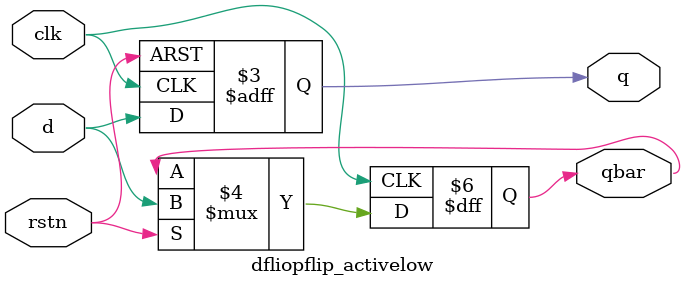
<source format=v>
module dfliopflip_activelow(d,rstn,clk,q,qbar);
input d,rstn,clk;
output reg q,qbar;

always @(posedge clk or negedge rstn)begin
	if(~rstn)
	q=0;
	else begin
		q=d;
		qbar=q;
	end
end

endmodule
</source>
